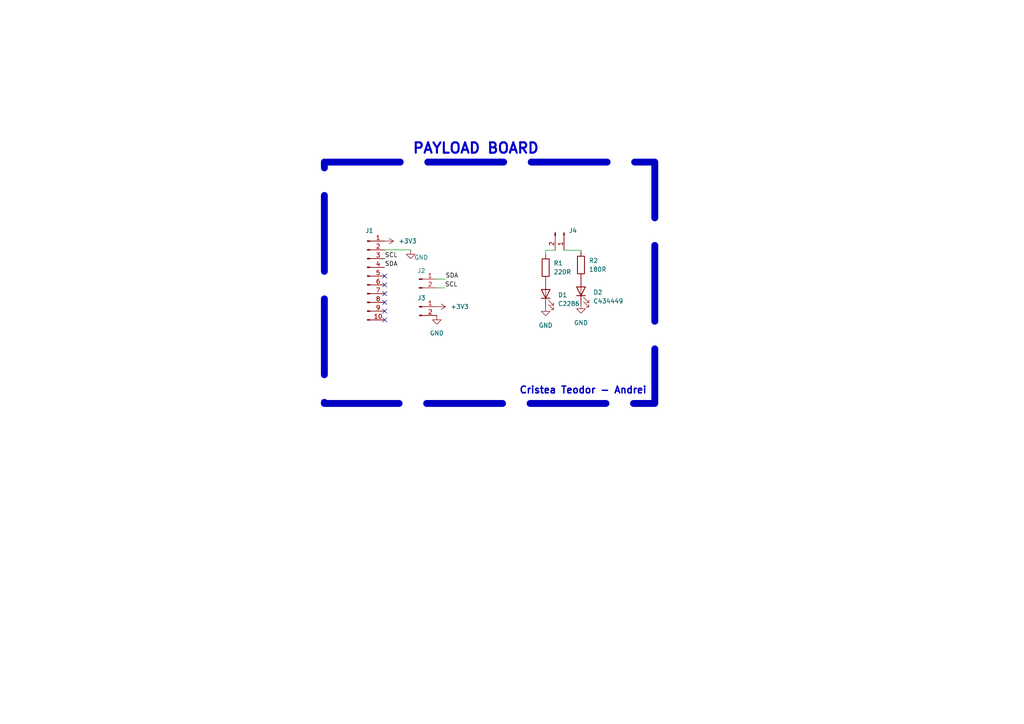
<source format=kicad_sch>
(kicad_sch (version 20230121) (generator eeschema)
  (paper "A4")
  (lib_symbols
    (symbol "Connector:Conn_01x02_Pin" (pin_names (offset 1.016) hide)
      (property "Reference" "J" (at 0 2.54 0))
      (property "Value" "Conn_01x02_Pin" (at 0 -5.08 0))
      (symbol "Conn_01x02_Pin_1_1"
        (polyline (pts (xy 1.27 -2.54) (xy 0.8636 -2.54)) (stroke (width 0.1524)))
        (polyline (pts (xy 1.27 0) (xy 0.8636 0)) (stroke (width 0.1524)))
        (rectangle (start 0.8636 -2.413) (end 0 -2.667) (stroke (width 0.1524)) (fill (type outline)))
        (rectangle (start 0.8636 0.127) (end 0 -0.127) (stroke (width 0.1524)) (fill (type outline)))
        (pin passive line (at 5.08 0 180) (length 3.81) (name "Pin_1") (number "1"))
        (pin passive line (at 5.08 -2.54 180) (length 3.81) (name "Pin_2") (number "2"))
      )
    )
    (symbol "Connector:Conn_01x10_Pin" (pin_names (offset 1.016) hide)
      (property "Reference" "J" (at 0 12.7 0))
      (property "Value" "Conn_01x10_Pin" (at 0 -15.24 0))
      (symbol "Conn_01x10_Pin_1_1"
        (polyline (pts (xy 1.27 -12.7) (xy 0.8636 -12.7)) (stroke (width 0.1524)))
        (polyline (pts (xy 1.27 -10.16) (xy 0.8636 -10.16)) (stroke (width 0.1524)))
        (polyline (pts (xy 1.27 -7.62) (xy 0.8636 -7.62)) (stroke (width 0.1524)))
        (polyline (pts (xy 1.27 -5.08) (xy 0.8636 -5.08)) (stroke (width 0.1524)))
        (polyline (pts (xy 1.27 -2.54) (xy 0.8636 -2.54)) (stroke (width 0.1524)))
        (polyline (pts (xy 1.27 0) (xy 0.8636 0)) (stroke (width 0.1524)))
        (polyline (pts (xy 1.27 2.54) (xy 0.8636 2.54)) (stroke (width 0.1524)))
        (polyline (pts (xy 1.27 5.08) (xy 0.8636 5.08)) (stroke (width 0.1524)))
        (polyline (pts (xy 1.27 7.62) (xy 0.8636 7.62)) (stroke (width 0.1524)))
        (polyline (pts (xy 1.27 10.16) (xy 0.8636 10.16)) (stroke (width 0.1524)))
        (rectangle (start 0.8636 -12.573) (end 0 -12.827) (stroke (width 0.1524)) (fill (type outline)))
        (rectangle (start 0.8636 -10.033) (end 0 -10.287) (stroke (width 0.1524)) (fill (type outline)))
        (rectangle (start 0.8636 -7.493) (end 0 -7.747) (stroke (width 0.1524)) (fill (type outline)))
        (rectangle (start 0.8636 -4.953) (end 0 -5.207) (stroke (width 0.1524)) (fill (type outline)))
        (rectangle (start 0.8636 -2.413) (end 0 -2.667) (stroke (width 0.1524)) (fill (type outline)))
        (rectangle (start 0.8636 0.127) (end 0 -0.127) (stroke (width 0.1524)) (fill (type outline)))
        (rectangle (start 0.8636 2.667) (end 0 2.413) (stroke (width 0.1524)) (fill (type outline)))
        (rectangle (start 0.8636 5.207) (end 0 4.953) (stroke (width 0.1524)) (fill (type outline)))
        (rectangle (start 0.8636 7.747) (end 0 7.493) (stroke (width 0.1524)) (fill (type outline)))
        (rectangle (start 0.8636 10.287) (end 0 10.033) (stroke (width 0.1524)) (fill (type outline)))
        (pin passive line (at 5.08 10.16 180) (length 3.81) (name "Pin_1") (number "1"))
        (pin passive line (at 5.08 -12.7 180) (length 3.81) (name "Pin_10") (number "10"))
        (pin passive line (at 5.08 7.62 180) (length 3.81) (name "Pin_2") (number "2"))
        (pin passive line (at 5.08 5.08 180) (length 3.81) (name "Pin_3") (number "3"))
        (pin passive line (at 5.08 2.54 180) (length 3.81) (name "Pin_4") (number "4"))
        (pin passive line (at 5.08 0 180) (length 3.81) (name "Pin_5") (number "5"))
        (pin passive line (at 5.08 -2.54 180) (length 3.81) (name "Pin_6") (number "6"))
        (pin passive line (at 5.08 -5.08 180) (length 3.81) (name "Pin_7") (number "7"))
        (pin passive line (at 5.08 -7.62 180) (length 3.81) (name "Pin_8") (number "8"))
        (pin passive line (at 5.08 -10.16 180) (length 3.81) (name "Pin_9") (number "9"))
      )
    )
    (symbol "Device:LED" (pin_numbers hide) (pin_names (offset 1.016) hide)
      (property "Reference" "D" (at 0 2.54 0))
      (property "Value" "LED" (at 0 -2.54 0))
      (symbol "LED_0_1"
        (polyline (pts (xy -1.27 -1.27) (xy -1.27 1.27)) (stroke (width 0.254)))
        (polyline (pts (xy -1.27 0) (xy 1.27 0)))
        (polyline (pts (xy 1.27 -1.27) (xy 1.27 1.27) (xy -1.27 0) (xy 1.27 -1.27)) (stroke (width 0.254)))
        (polyline (pts (xy -3.048 -0.762) (xy -4.572 -2.286) (xy -3.81 -2.286) (xy -4.572 -2.286) (xy -4.572 -1.524)))
        (polyline (pts (xy -1.778 -0.762) (xy -3.302 -2.286) (xy -2.54 -2.286) (xy -3.302 -2.286) (xy -3.302 -1.524)))
      )
      (symbol "LED_1_1"
        (pin passive line (at -3.81 0 0) (length 2.54) (name "K") (number "1"))
        (pin passive line (at 3.81 0 180) (length 2.54) (name "A") (number "2"))
      )
    )
    (symbol "Device:R" (pin_numbers hide) (pin_names (offset 0))
      (property "Reference" "R" (at 2.032 0 90))
      (property "Value" "R" (at 0 0 90))
      (symbol "R_0_1"
        (rectangle (start -1.016 -2.54) (end 1.016 2.54) (stroke (width 0.254)))
      )
      (symbol "R_1_1"
        (pin passive line (at 0 3.81 270) (length 1.27) (name "~") (number "1"))
        (pin passive line (at 0 -3.81 90) (length 1.27) (name "~") (number "2"))
      )
    )
    (symbol "power:+3V3" (power) (pin_names (offset 0))
      (property "Value" "+3V3" (at 0 3.556 0))
      (symbol "+3V3_0_1"
        (polyline (pts (xy -0.762 1.27) (xy 0 2.54)))
        (polyline (pts (xy 0 0) (xy 0 2.54)))
        (polyline (pts (xy 0 2.54) (xy 0.762 1.27)))
      )
      (symbol "+3V3_1_1"
        (pin power_in line (at 0 0 90) (length 0) hide (name "+3V3") (number "1"))
      )
    )
    (symbol "power:GND" (power) (pin_names (offset 0))
      (property "Value" "GND" (at 0 -3.81 0))
      (symbol "GND_0_1"
        (polyline (pts (xy 0 0) (xy 0 -1.27) (xy 1.27 -1.27) (xy 0 -2.54) (xy -1.27 -1.27) (xy 0 -1.27)))
      )
      (symbol "GND_1_1"
        (pin power_in line (at 0 0 270) (length 0) hide (name "GND") (number "1"))
      )
    )
  )
  (no_connect (at 111.5822 82.6262))
  (no_connect (at 111.5822 87.7062))
  (no_connect (at 111.5822 92.7862))
  (no_connect (at 111.5822 85.1662))
  (no_connect (at 111.5822 90.2462))
  (no_connect (at 111.5822 80.0862))
  (wire (pts (xy 158.2674 73.8124) (xy 158.2674 72.5932)))
  (wire (pts (xy 168.4782 72.6186) (xy 168.5036 72.6186)))
  (wire (pts (xy 168.5036 72.6186) (xy 168.5036 73.0504)))
  (wire (pts (xy 129.1844 80.9498) (xy 126.6444 80.9498)))
  (wire (pts (xy 158.2674 72.5932) (xy 161.036 72.5932)))
  (wire (pts (xy 163.576 72.5932) (xy 168.4782 72.5932)))
  (wire (pts (xy 129.0066 83.4898) (xy 126.6444 83.4898)))
  (wire (pts (xy 119.1006 72.4662) (xy 111.5822 72.4662)))
  (wire (pts (xy 168.4782 72.5932) (xy 168.4782 72.6186)))
  (rectangle (start 94.0816 47.0154) (end 189.9158 117.0178) (stroke (width 2) (type dash)))
  (text "PAYLOAD BOARD\n" (at 119.4816 44.9326 0) (effects (font (size 3 3) (thickness 0.6) bold) (justify left bottom)))
  (text "Cristea Teodor - Andrei" (at 150.5204 114.4778 0) (effects (font (size 2 2) (thickness 0.4) bold) (justify left bottom)))
  (label "SDA" (at 111.5822 77.5462 0))
  (label "SCL" (at 129.0066 83.4898 0))
  (label "SCL" (at 111.5822 75.0062 0))
  (label "SDA" (at 129.1844 80.9498 0))
  (symbol (lib_id "Connector:Conn_01x02_Pin") (at 163.576 67.5132 270) (unit 1) (in_bom no)
    (property "Reference" "J4" (at 164.973 66.8782 90) (effects (justify left)))
    (property "Value" "Conn_01x02_Pin" (effects hide))
    (property "Footprint" "Connector_PinHeader_2.54mm:PinHeader_1x02_P2.54mm_Vertical" (effects hide))
  )
  (symbol (lib_id "power:GND") (at 158.2674 89.0524 0) (unit 1)
    (property "Reference" "#PWR05" (effects hide))
    (property "Value" "GND" (at 158.2674 94.3864 0))
  )
  (symbol (lib_id "power:GND") (at 126.6952 91.4908 0) (unit 1)
    (property "Reference" "#PWR02" (effects hide))
    (property "Value" "GND" (at 126.6952 96.6216 0))
  )
  (symbol (lib_id "Device:R") (at 168.5036 76.8604 0) (unit 1)
    (property "Reference" "R2" (at 170.7896 75.5904 0) (effects (justify left)))
    (property "Value" "180R" (at 170.7896 78.1304 0) (effects (justify left)))
    (property "Footprint" "Resistor_SMD:R_0603_1608Metric" (effects hide))
  )
  (symbol (lib_id "Device:LED") (at 168.5036 84.4804 90) (unit 1)
    (property "Reference" "D2" (at 172.0596 84.7979 90) (effects (justify right)))
    (property "Value" "C434449" (at 172.0596 87.3379 90) (effects (justify right)))
    (property "Footprint" "LED_SMD:LED_0603_1608Metric" (effects hide))
  )
  (symbol (lib_id "Connector:Conn_01x10_Pin") (at 106.5022 80.0862 0) (unit 1) (in_bom no)
    (property "Reference" "J1" (at 107.1372 66.9036 0))
    (property "Value" "Conn_01x10_Pin" (effects hide))
    (property "Footprint" "Connector_PinHeader_2.54mm:PinHeader_1x10_P2.54mm_Vertical" (effects hide))
  )
  (symbol (lib_id "Connector:Conn_01x02_Pin") (at 121.6152 88.9508 0) (unit 1) (in_bom no)
    (property "Reference" "J3" (at 122.2502 86.4362 0))
    (property "Value" "Conn_01x02_Pin" (effects hide))
    (property "Footprint" "Connector_PinHeader_2.54mm:PinHeader_1x02_P2.54mm_Vertical" (effects hide))
  )
  (symbol (lib_id "power:+3V3") (at 126.6952 88.9508 270) (unit 1)
    (property "Reference" "#PWR01" (effects hide))
    (property "Value" "+3V3" (at 130.683 88.9508 90) (effects (justify left)))
  )
  (symbol (lib_id "power:GND") (at 119.1006 72.4662 0) (unit 1)
    (property "Reference" "#PWR04" (effects hide))
    (property "Value" "GND" (at 122.1486 74.676 0))
  )
  (symbol (lib_id "Connector:Conn_01x02_Pin") (at 121.5644 80.9498 0) (unit 1) (in_bom no)
    (property "Reference" "J2" (at 122.1994 78.5368 0))
    (property "Value" "Conn_01x02_Pin" (effects hide))
    (property "Footprint" "Connector_PinHeader_2.54mm:PinHeader_1x02_P2.54mm_Vertical" (effects hide))
  )
  (symbol (lib_id "power:GND") (at 168.5036 88.2904 0) (unit 1)
    (property "Reference" "#PWR06" (effects hide))
    (property "Value" "GND" (at 168.5036 93.6244 0))
  )
  (symbol (lib_id "Device:R") (at 158.2674 77.6224 0) (unit 1)
    (property "Reference" "R1" (at 160.5534 76.3524 0) (effects (justify left)))
    (property "Value" "220R" (at 160.5534 78.8924 0) (effects (justify left)))
    (property "Footprint" "Resistor_SMD:R_0603_1608Metric" (effects hide))
  )
  (symbol (lib_id "power:+3V3") (at 111.5822 69.9262 270) (unit 1)
    (property "Reference" "#PWR03" (effects hide))
    (property "Value" "+3V3" (at 115.57 69.9262 90) (effects (justify left)))
  )
  (symbol (lib_id "Device:LED") (at 158.2674 85.2424 90) (unit 1)
    (property "Reference" "D1" (at 161.8234 85.5599 90) (effects (justify right)))
    (property "Value" "C2286" (at 161.8234 88.0999 90) (effects (justify right)))
    (property "Footprint" "LED_SMD:LED_0603_1608Metric" (effects hide))
  )
)
</source>
